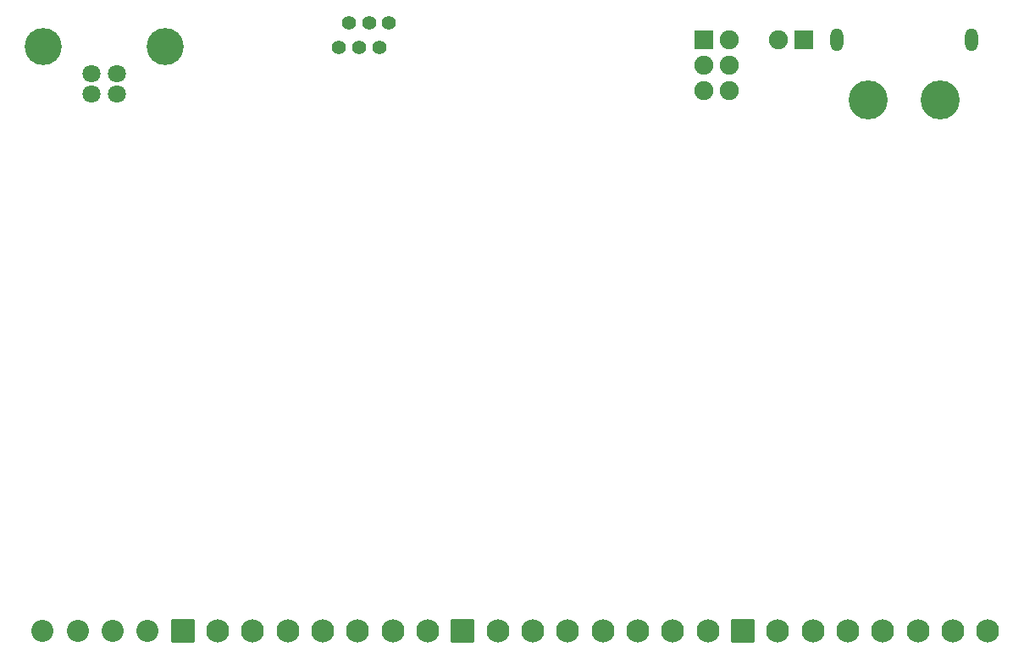
<source format=gbs>
G04 Layer: BottomSolderMaskLayer*
G04 EasyEDA v6.5.22, 2023-03-20 16:50:00*
G04 bf72e243e8a245ba8743e2d89751b4a0,10*
G04 Gerber Generator version 0.2*
G04 Scale: 100 percent, Rotated: No, Reflected: No *
G04 Dimensions in inches *
G04 leading zeros omitted , absolute positions ,3 integer and 6 decimal *
%FSLAX36Y36*%
%MOIN*%

%AMMACRO1*1,1,$1,$2,$3*1,1,$1,$4,$5*1,1,$1,0-$2,0-$3*1,1,$1,0-$4,0-$5*20,1,$1,$2,$3,$4,$5,0*20,1,$1,$4,$5,0-$2,0-$3,0*20,1,$1,0-$2,0-$3,0-$4,0-$5,0*20,1,$1,0-$4,0-$5,$2,$3,0*4,1,4,$2,$3,$4,$5,0-$2,0-$3,0-$4,0-$5,$2,$3,0*%
%ADD10C,0.0552*%
%ADD11C,0.0749*%
%ADD12MACRO1,0.004X0.0354X0.0354X0.0354X-0.0354*%
%ADD13O,0.051182X0.090552*%
%ADD14C,0.1535*%
%ADD15MACRO1,0.004X0.0354X-0.0354X-0.0354X-0.0354*%
%ADD16C,0.0709*%
%ADD17C,0.1457*%
%ADD18C,0.0867*%
%ADD19MACRO1,0.0039X-0.0433X0.0433X0.0433X0.0433*%
%ADD20C,0.0906*%

%LPD*%
D10*
G01*
X1476350Y-246030D03*
G01*
X1437049Y-344529D03*
G01*
X1318950Y-246030D03*
G01*
X1358249Y-344529D03*
G01*
X1397650Y-246030D03*
G01*
X1279549Y-344529D03*
D11*
G01*
X2813940Y-513820D03*
G01*
X2713940Y-513820D03*
G01*
X2813940Y-413820D03*
G01*
X2713940Y-413820D03*
G01*
X2813940Y-313820D03*
D12*
G01*
X2713937Y-313817D03*
D13*
G01*
X3238180Y-314960D03*
G01*
X3769679Y-314960D03*
D14*
G01*
X3362200Y-551179D03*
G01*
X3645659Y-551179D03*
D11*
G01*
X3008940Y-313820D03*
D15*
G01*
X3108937Y-313817D03*
D16*
G01*
X403539Y-447049D03*
G01*
X305120Y-447049D03*
G01*
X305120Y-525790D03*
G01*
X403539Y-525790D03*
D17*
G01*
X595129Y-340360D03*
G01*
X113530Y-340360D03*
D18*
G01*
X112210Y-2639760D03*
G01*
X250000Y-2639760D03*
G01*
X387800Y-2639760D03*
G01*
X525590Y-2639760D03*
D19*
G01*
X2868102Y-2639758D03*
D20*
G01*
X3005910Y-2639760D03*
G01*
X3143699Y-2639760D03*
G01*
X3281499Y-2639760D03*
G01*
X3419290Y-2639760D03*
G01*
X3557089Y-2639760D03*
G01*
X3694880Y-2639760D03*
G01*
X3832680Y-2639760D03*
D19*
G01*
X1765742Y-2639758D03*
D20*
G01*
X1903549Y-2639760D03*
G01*
X2041340Y-2639760D03*
G01*
X2179139Y-2639760D03*
G01*
X2316930Y-2639760D03*
G01*
X2454729Y-2639760D03*
G01*
X2592520Y-2639760D03*
G01*
X2730320Y-2639760D03*
D19*
G01*
X663382Y-2639758D03*
D20*
G01*
X801189Y-2639760D03*
G01*
X938980Y-2639760D03*
G01*
X1076769Y-2639760D03*
G01*
X1214570Y-2639760D03*
G01*
X1352359Y-2639760D03*
G01*
X1490159Y-2639760D03*
G01*
X1627960Y-2639760D03*
M02*

</source>
